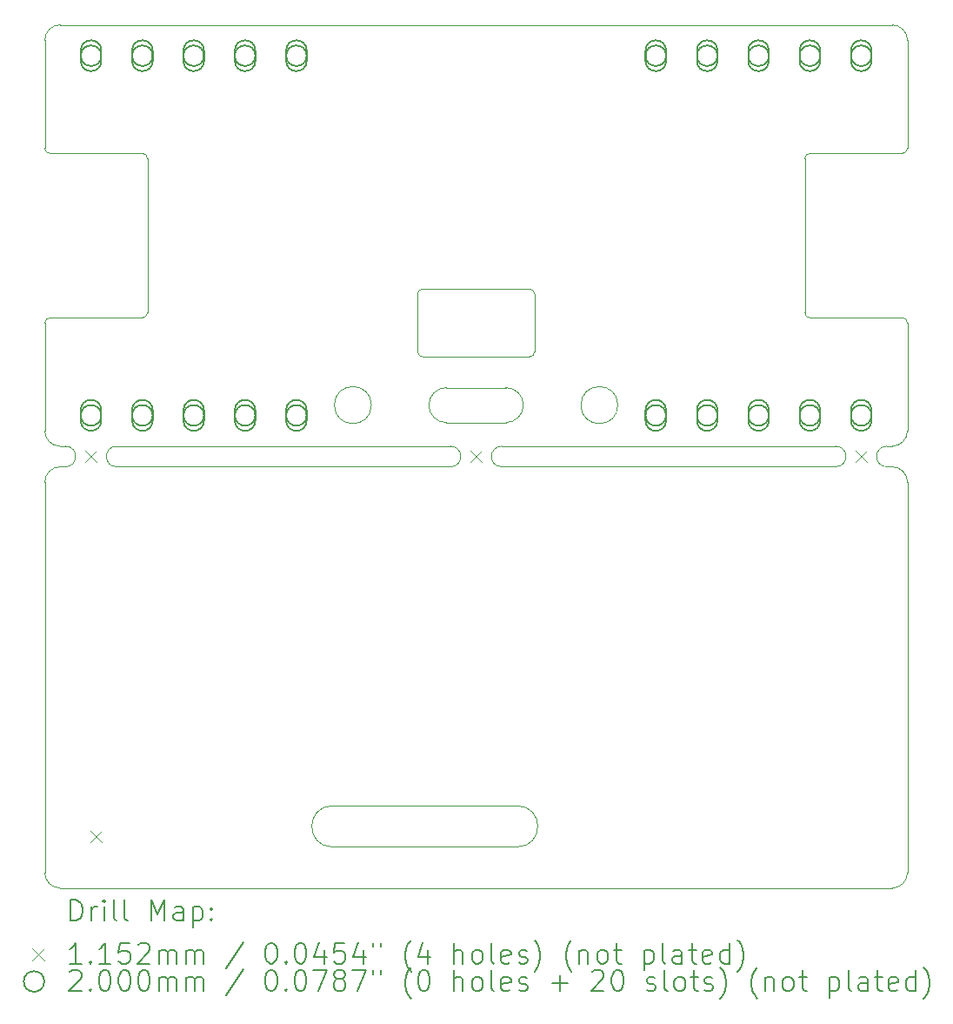
<source format=gbr>
%TF.GenerationSoftware,KiCad,Pcbnew,6.0.10+dfsg-1~bpo11+1*%
%TF.ProjectId,project,70726f6a-6563-4742-9e6b-696361645f70,rev?*%
%TF.SameCoordinates,Original*%
%TF.FileFunction,Drillmap*%
%TF.FilePolarity,Positive*%
%FSLAX45Y45*%
G04 Gerber Fmt 4.5, Leading zero omitted, Abs format (unit mm)*
%MOMM*%
%LPD*%
G01*
G04 APERTURE LIST*
%ADD10C,0.100000*%
%ADD11C,0.200000*%
%ADD12C,0.115200*%
G04 APERTURE END LIST*
D10*
X20826250Y-11153750D02*
G75*
G03*
X20826250Y-11353750I0J-100000D01*
G01*
X12776250Y-7053750D02*
G75*
G03*
X12626250Y-7203750I0J-150000D01*
G01*
X12776250Y-11353750D02*
X12826250Y-11353750D01*
X17226250Y-15053750D02*
G75*
G03*
X17226250Y-14653750I0J200000D01*
G01*
X17116250Y-10923750D02*
G75*
G03*
X17116250Y-10583750I300J170000D01*
G01*
X13326250Y-11353750D02*
X16576250Y-11353750D01*
X17346250Y-10283750D02*
X16306250Y-10283750D01*
X16536250Y-10583750D02*
G75*
G03*
X16536250Y-10923750I-300J-170000D01*
G01*
X21026250Y-7203750D02*
G75*
G03*
X20876250Y-7053750I-150000J0D01*
G01*
X12626250Y-9953750D02*
X12626250Y-11003750D01*
X16576250Y-11153750D02*
X13326250Y-11153750D01*
X20026250Y-9853750D02*
X20026250Y-8353750D01*
X20876250Y-15453750D02*
G75*
G03*
X21026250Y-15303750I0J150000D01*
G01*
X20326250Y-11153750D02*
X17076250Y-11153750D01*
X12626250Y-15303750D02*
X12626250Y-11503750D01*
X20076250Y-8303750D02*
X20976250Y-8303750D01*
X21026250Y-11503750D02*
X21026250Y-15303750D01*
X12776250Y-11353750D02*
G75*
G03*
X12626250Y-11503750I0J-150000D01*
G01*
X20876250Y-7053750D02*
X12776250Y-7053750D01*
X18206250Y-10753750D02*
G75*
G03*
X18206250Y-10753750I-180000J0D01*
G01*
X13326250Y-11153750D02*
G75*
G03*
X13326250Y-11353750I0J-100000D01*
G01*
X16256250Y-10233750D02*
X16256250Y-9673750D01*
X17396250Y-9673750D02*
G75*
G03*
X17346250Y-9623750I-50000J0D01*
G01*
X20976250Y-9903750D02*
X20076250Y-9903750D01*
X16306250Y-9623750D02*
G75*
G03*
X16256250Y-9673750I0J-50000D01*
G01*
X15806250Y-10753750D02*
G75*
G03*
X15806250Y-10753750I-180000J0D01*
G01*
X13576250Y-9903750D02*
G75*
G03*
X13626250Y-9853750I0J50000D01*
G01*
X17346250Y-10283750D02*
G75*
G03*
X17396250Y-10233750I0J50000D01*
G01*
X16536250Y-10583750D02*
X17116250Y-10583750D01*
X20026250Y-9853750D02*
G75*
G03*
X20076250Y-9903750I50000J0D01*
G01*
X13576250Y-9903750D02*
X12676250Y-9903750D01*
X17076250Y-11353750D02*
X20326250Y-11353750D01*
X12626250Y-11003750D02*
G75*
G03*
X12776250Y-11153750I150000J0D01*
G01*
X21026250Y-8253750D02*
X21026250Y-7203750D01*
X17226250Y-15053750D02*
X15426250Y-15053750D01*
X12626250Y-8253750D02*
G75*
G03*
X12676250Y-8303750I50000J0D01*
G01*
X20876250Y-11153750D02*
X20826250Y-11153750D01*
X12626250Y-15303750D02*
G75*
G03*
X12776250Y-15453750I150000J0D01*
G01*
X17116250Y-10923750D02*
X16536250Y-10923750D01*
X15426250Y-14653750D02*
X17226250Y-14653750D01*
X16576250Y-11353750D02*
G75*
G03*
X16576250Y-11153750I0J100000D01*
G01*
X12676250Y-9903750D02*
G75*
G03*
X12626250Y-9953750I0J-50000D01*
G01*
X20826250Y-11353750D02*
X20876250Y-11353750D01*
X20076250Y-8303750D02*
G75*
G03*
X20026250Y-8353750I0J-50000D01*
G01*
X20326250Y-11353750D02*
G75*
G03*
X20326250Y-11153750I0J100000D01*
G01*
X17396250Y-9673750D02*
X17396250Y-10233750D01*
X20876250Y-11153750D02*
G75*
G03*
X21026250Y-11003750I0J150000D01*
G01*
X13626250Y-8353750D02*
X13626250Y-9853750D01*
X12826250Y-11353750D02*
G75*
G03*
X12826250Y-11153750I0J100000D01*
G01*
X17076250Y-11153750D02*
G75*
G03*
X17076250Y-11353750I0J-100000D01*
G01*
X12626250Y-7203750D02*
X12626250Y-8253750D01*
X15426250Y-14653750D02*
G75*
G03*
X15426250Y-15053750I0J-200000D01*
G01*
X21026250Y-11503750D02*
G75*
G03*
X20876250Y-11353750I-150000J0D01*
G01*
X20976250Y-8303750D02*
G75*
G03*
X21026250Y-8253750I0J50000D01*
G01*
X13626250Y-8353750D02*
G75*
G03*
X13576250Y-8303750I-50000J0D01*
G01*
X21026250Y-9953750D02*
X21026250Y-11003750D01*
X16306250Y-9623750D02*
X17346250Y-9623750D01*
X12776250Y-11153750D02*
X12826250Y-11153750D01*
X12676250Y-8303750D02*
X13576250Y-8303750D01*
X16256250Y-10233750D02*
G75*
G03*
X16306250Y-10283750I50000J0D01*
G01*
X20876250Y-15453750D02*
X12776250Y-15453750D01*
X21026250Y-9953750D02*
G75*
G03*
X20976250Y-9903750I-50000J0D01*
G01*
D11*
D12*
X13018650Y-11196150D02*
X13133850Y-11311350D01*
X13133850Y-11196150D02*
X13018650Y-11311350D01*
X13068650Y-14896150D02*
X13183850Y-15011350D01*
X13183850Y-14896150D02*
X13068650Y-15011350D01*
X16768650Y-11196150D02*
X16883850Y-11311350D01*
X16883850Y-11196150D02*
X16768650Y-11311350D01*
X20518650Y-11196150D02*
X20633850Y-11311350D01*
X20633850Y-11196150D02*
X20518650Y-11311350D01*
D11*
X13176250Y-7353750D02*
G75*
G03*
X13176250Y-7353750I-100000J0D01*
G01*
X12976250Y-7303750D02*
X12976250Y-7403750D01*
X13176250Y-7303750D02*
X13176250Y-7403750D01*
X12976250Y-7403750D02*
G75*
G03*
X13176250Y-7403750I100000J0D01*
G01*
X13176250Y-7303750D02*
G75*
G03*
X12976250Y-7303750I-100000J0D01*
G01*
X13176250Y-10853750D02*
G75*
G03*
X13176250Y-10853750I-100000J0D01*
G01*
X12976250Y-10803750D02*
X12976250Y-10903750D01*
X13176250Y-10803750D02*
X13176250Y-10903750D01*
X12976250Y-10903750D02*
G75*
G03*
X13176250Y-10903750I100000J0D01*
G01*
X13176250Y-10803750D02*
G75*
G03*
X12976250Y-10803750I-100000J0D01*
G01*
X13676250Y-7353750D02*
G75*
G03*
X13676250Y-7353750I-100000J0D01*
G01*
X13476250Y-7303750D02*
X13476250Y-7403750D01*
X13676250Y-7303750D02*
X13676250Y-7403750D01*
X13476250Y-7403750D02*
G75*
G03*
X13676250Y-7403750I100000J0D01*
G01*
X13676250Y-7303750D02*
G75*
G03*
X13476250Y-7303750I-100000J0D01*
G01*
X13676250Y-10853750D02*
G75*
G03*
X13676250Y-10853750I-100000J0D01*
G01*
X13476250Y-10803750D02*
X13476250Y-10903750D01*
X13676250Y-10803750D02*
X13676250Y-10903750D01*
X13476250Y-10903750D02*
G75*
G03*
X13676250Y-10903750I100000J0D01*
G01*
X13676250Y-10803750D02*
G75*
G03*
X13476250Y-10803750I-100000J0D01*
G01*
X14176250Y-7353750D02*
G75*
G03*
X14176250Y-7353750I-100000J0D01*
G01*
X13976250Y-7303750D02*
X13976250Y-7403750D01*
X14176250Y-7303750D02*
X14176250Y-7403750D01*
X13976250Y-7403750D02*
G75*
G03*
X14176250Y-7403750I100000J0D01*
G01*
X14176250Y-7303750D02*
G75*
G03*
X13976250Y-7303750I-100000J0D01*
G01*
X14176250Y-10853750D02*
G75*
G03*
X14176250Y-10853750I-100000J0D01*
G01*
X13976250Y-10803750D02*
X13976250Y-10903750D01*
X14176250Y-10803750D02*
X14176250Y-10903750D01*
X13976250Y-10903750D02*
G75*
G03*
X14176250Y-10903750I100000J0D01*
G01*
X14176250Y-10803750D02*
G75*
G03*
X13976250Y-10803750I-100000J0D01*
G01*
X14676250Y-7353750D02*
G75*
G03*
X14676250Y-7353750I-100000J0D01*
G01*
X14476250Y-7303750D02*
X14476250Y-7403750D01*
X14676250Y-7303750D02*
X14676250Y-7403750D01*
X14476250Y-7403750D02*
G75*
G03*
X14676250Y-7403750I100000J0D01*
G01*
X14676250Y-7303750D02*
G75*
G03*
X14476250Y-7303750I-100000J0D01*
G01*
X14676250Y-10853750D02*
G75*
G03*
X14676250Y-10853750I-100000J0D01*
G01*
X14476250Y-10803750D02*
X14476250Y-10903750D01*
X14676250Y-10803750D02*
X14676250Y-10903750D01*
X14476250Y-10903750D02*
G75*
G03*
X14676250Y-10903750I100000J0D01*
G01*
X14676250Y-10803750D02*
G75*
G03*
X14476250Y-10803750I-100000J0D01*
G01*
X15176250Y-7353750D02*
G75*
G03*
X15176250Y-7353750I-100000J0D01*
G01*
X14976250Y-7303750D02*
X14976250Y-7403750D01*
X15176250Y-7303750D02*
X15176250Y-7403750D01*
X14976250Y-7403750D02*
G75*
G03*
X15176250Y-7403750I100000J0D01*
G01*
X15176250Y-7303750D02*
G75*
G03*
X14976250Y-7303750I-100000J0D01*
G01*
X15176250Y-10853750D02*
G75*
G03*
X15176250Y-10853750I-100000J0D01*
G01*
X14976250Y-10803750D02*
X14976250Y-10903750D01*
X15176250Y-10803750D02*
X15176250Y-10903750D01*
X14976250Y-10903750D02*
G75*
G03*
X15176250Y-10903750I100000J0D01*
G01*
X15176250Y-10803750D02*
G75*
G03*
X14976250Y-10803750I-100000J0D01*
G01*
X18676250Y-7353750D02*
G75*
G03*
X18676250Y-7353750I-100000J0D01*
G01*
X18476250Y-7303750D02*
X18476250Y-7403750D01*
X18676250Y-7303750D02*
X18676250Y-7403750D01*
X18476250Y-7403750D02*
G75*
G03*
X18676250Y-7403750I100000J0D01*
G01*
X18676250Y-7303750D02*
G75*
G03*
X18476250Y-7303750I-100000J0D01*
G01*
X18676250Y-10853750D02*
G75*
G03*
X18676250Y-10853750I-100000J0D01*
G01*
X18476250Y-10803750D02*
X18476250Y-10903750D01*
X18676250Y-10803750D02*
X18676250Y-10903750D01*
X18476250Y-10903750D02*
G75*
G03*
X18676250Y-10903750I100000J0D01*
G01*
X18676250Y-10803750D02*
G75*
G03*
X18476250Y-10803750I-100000J0D01*
G01*
X19176250Y-7353750D02*
G75*
G03*
X19176250Y-7353750I-100000J0D01*
G01*
X18976250Y-7303750D02*
X18976250Y-7403750D01*
X19176250Y-7303750D02*
X19176250Y-7403750D01*
X18976250Y-7403750D02*
G75*
G03*
X19176250Y-7403750I100000J0D01*
G01*
X19176250Y-7303750D02*
G75*
G03*
X18976250Y-7303750I-100000J0D01*
G01*
X19176250Y-10853750D02*
G75*
G03*
X19176250Y-10853750I-100000J0D01*
G01*
X18976250Y-10803750D02*
X18976250Y-10903750D01*
X19176250Y-10803750D02*
X19176250Y-10903750D01*
X18976250Y-10903750D02*
G75*
G03*
X19176250Y-10903750I100000J0D01*
G01*
X19176250Y-10803750D02*
G75*
G03*
X18976250Y-10803750I-100000J0D01*
G01*
X19676250Y-7353750D02*
G75*
G03*
X19676250Y-7353750I-100000J0D01*
G01*
X19476250Y-7303750D02*
X19476250Y-7403750D01*
X19676250Y-7303750D02*
X19676250Y-7403750D01*
X19476250Y-7403750D02*
G75*
G03*
X19676250Y-7403750I100000J0D01*
G01*
X19676250Y-7303750D02*
G75*
G03*
X19476250Y-7303750I-100000J0D01*
G01*
X19676250Y-10853750D02*
G75*
G03*
X19676250Y-10853750I-100000J0D01*
G01*
X19476250Y-10803750D02*
X19476250Y-10903750D01*
X19676250Y-10803750D02*
X19676250Y-10903750D01*
X19476250Y-10903750D02*
G75*
G03*
X19676250Y-10903750I100000J0D01*
G01*
X19676250Y-10803750D02*
G75*
G03*
X19476250Y-10803750I-100000J0D01*
G01*
X20176250Y-7353750D02*
G75*
G03*
X20176250Y-7353750I-100000J0D01*
G01*
X19976250Y-7303750D02*
X19976250Y-7403750D01*
X20176250Y-7303750D02*
X20176250Y-7403750D01*
X19976250Y-7403750D02*
G75*
G03*
X20176250Y-7403750I100000J0D01*
G01*
X20176250Y-7303750D02*
G75*
G03*
X19976250Y-7303750I-100000J0D01*
G01*
X20176250Y-10853750D02*
G75*
G03*
X20176250Y-10853750I-100000J0D01*
G01*
X19976250Y-10803750D02*
X19976250Y-10903750D01*
X20176250Y-10803750D02*
X20176250Y-10903750D01*
X19976250Y-10903750D02*
G75*
G03*
X20176250Y-10903750I100000J0D01*
G01*
X20176250Y-10803750D02*
G75*
G03*
X19976250Y-10803750I-100000J0D01*
G01*
X20676250Y-7353750D02*
G75*
G03*
X20676250Y-7353750I-100000J0D01*
G01*
X20476250Y-7303750D02*
X20476250Y-7403750D01*
X20676250Y-7303750D02*
X20676250Y-7403750D01*
X20476250Y-7403750D02*
G75*
G03*
X20676250Y-7403750I100000J0D01*
G01*
X20676250Y-7303750D02*
G75*
G03*
X20476250Y-7303750I-100000J0D01*
G01*
X20676250Y-10853750D02*
G75*
G03*
X20676250Y-10853750I-100000J0D01*
G01*
X20476250Y-10803750D02*
X20476250Y-10903750D01*
X20676250Y-10803750D02*
X20676250Y-10903750D01*
X20476250Y-10903750D02*
G75*
G03*
X20676250Y-10903750I100000J0D01*
G01*
X20676250Y-10803750D02*
G75*
G03*
X20476250Y-10803750I-100000J0D01*
G01*
X12878869Y-15769226D02*
X12878869Y-15569226D01*
X12926488Y-15569226D01*
X12955059Y-15578750D01*
X12974107Y-15597798D01*
X12983631Y-15616845D01*
X12993155Y-15654940D01*
X12993155Y-15683512D01*
X12983631Y-15721607D01*
X12974107Y-15740655D01*
X12955059Y-15759702D01*
X12926488Y-15769226D01*
X12878869Y-15769226D01*
X13078869Y-15769226D02*
X13078869Y-15635893D01*
X13078869Y-15673988D02*
X13088393Y-15654940D01*
X13097917Y-15645417D01*
X13116964Y-15635893D01*
X13136012Y-15635893D01*
X13202678Y-15769226D02*
X13202678Y-15635893D01*
X13202678Y-15569226D02*
X13193155Y-15578750D01*
X13202678Y-15588274D01*
X13212202Y-15578750D01*
X13202678Y-15569226D01*
X13202678Y-15588274D01*
X13326488Y-15769226D02*
X13307440Y-15759702D01*
X13297917Y-15740655D01*
X13297917Y-15569226D01*
X13431250Y-15769226D02*
X13412202Y-15759702D01*
X13402678Y-15740655D01*
X13402678Y-15569226D01*
X13659821Y-15769226D02*
X13659821Y-15569226D01*
X13726488Y-15712083D01*
X13793155Y-15569226D01*
X13793155Y-15769226D01*
X13974107Y-15769226D02*
X13974107Y-15664464D01*
X13964583Y-15645417D01*
X13945536Y-15635893D01*
X13907440Y-15635893D01*
X13888393Y-15645417D01*
X13974107Y-15759702D02*
X13955059Y-15769226D01*
X13907440Y-15769226D01*
X13888393Y-15759702D01*
X13878869Y-15740655D01*
X13878869Y-15721607D01*
X13888393Y-15702559D01*
X13907440Y-15693036D01*
X13955059Y-15693036D01*
X13974107Y-15683512D01*
X14069345Y-15635893D02*
X14069345Y-15835893D01*
X14069345Y-15645417D02*
X14088393Y-15635893D01*
X14126488Y-15635893D01*
X14145536Y-15645417D01*
X14155059Y-15654940D01*
X14164583Y-15673988D01*
X14164583Y-15731131D01*
X14155059Y-15750178D01*
X14145536Y-15759702D01*
X14126488Y-15769226D01*
X14088393Y-15769226D01*
X14069345Y-15759702D01*
X14250298Y-15750178D02*
X14259821Y-15759702D01*
X14250298Y-15769226D01*
X14240774Y-15759702D01*
X14250298Y-15750178D01*
X14250298Y-15769226D01*
X14250298Y-15645417D02*
X14259821Y-15654940D01*
X14250298Y-15664464D01*
X14240774Y-15654940D01*
X14250298Y-15645417D01*
X14250298Y-15664464D01*
D12*
X12506050Y-16041150D02*
X12621250Y-16156350D01*
X12621250Y-16041150D02*
X12506050Y-16156350D01*
D11*
X12983631Y-16189226D02*
X12869345Y-16189226D01*
X12926488Y-16189226D02*
X12926488Y-15989226D01*
X12907440Y-16017798D01*
X12888393Y-16036845D01*
X12869345Y-16046369D01*
X13069345Y-16170178D02*
X13078869Y-16179702D01*
X13069345Y-16189226D01*
X13059821Y-16179702D01*
X13069345Y-16170178D01*
X13069345Y-16189226D01*
X13269345Y-16189226D02*
X13155059Y-16189226D01*
X13212202Y-16189226D02*
X13212202Y-15989226D01*
X13193155Y-16017798D01*
X13174107Y-16036845D01*
X13155059Y-16046369D01*
X13450298Y-15989226D02*
X13355059Y-15989226D01*
X13345536Y-16084464D01*
X13355059Y-16074940D01*
X13374107Y-16065417D01*
X13421726Y-16065417D01*
X13440774Y-16074940D01*
X13450298Y-16084464D01*
X13459821Y-16103512D01*
X13459821Y-16151131D01*
X13450298Y-16170178D01*
X13440774Y-16179702D01*
X13421726Y-16189226D01*
X13374107Y-16189226D01*
X13355059Y-16179702D01*
X13345536Y-16170178D01*
X13536012Y-16008274D02*
X13545536Y-15998750D01*
X13564583Y-15989226D01*
X13612202Y-15989226D01*
X13631250Y-15998750D01*
X13640774Y-16008274D01*
X13650298Y-16027321D01*
X13650298Y-16046369D01*
X13640774Y-16074940D01*
X13526488Y-16189226D01*
X13650298Y-16189226D01*
X13736012Y-16189226D02*
X13736012Y-16055893D01*
X13736012Y-16074940D02*
X13745536Y-16065417D01*
X13764583Y-16055893D01*
X13793155Y-16055893D01*
X13812202Y-16065417D01*
X13821726Y-16084464D01*
X13821726Y-16189226D01*
X13821726Y-16084464D02*
X13831250Y-16065417D01*
X13850298Y-16055893D01*
X13878869Y-16055893D01*
X13897917Y-16065417D01*
X13907440Y-16084464D01*
X13907440Y-16189226D01*
X14002678Y-16189226D02*
X14002678Y-16055893D01*
X14002678Y-16074940D02*
X14012202Y-16065417D01*
X14031250Y-16055893D01*
X14059821Y-16055893D01*
X14078869Y-16065417D01*
X14088393Y-16084464D01*
X14088393Y-16189226D01*
X14088393Y-16084464D02*
X14097917Y-16065417D01*
X14116964Y-16055893D01*
X14145536Y-16055893D01*
X14164583Y-16065417D01*
X14174107Y-16084464D01*
X14174107Y-16189226D01*
X14564583Y-15979702D02*
X14393155Y-16236845D01*
X14821726Y-15989226D02*
X14840774Y-15989226D01*
X14859821Y-15998750D01*
X14869345Y-16008274D01*
X14878869Y-16027321D01*
X14888393Y-16065417D01*
X14888393Y-16113036D01*
X14878869Y-16151131D01*
X14869345Y-16170178D01*
X14859821Y-16179702D01*
X14840774Y-16189226D01*
X14821726Y-16189226D01*
X14802678Y-16179702D01*
X14793155Y-16170178D01*
X14783631Y-16151131D01*
X14774107Y-16113036D01*
X14774107Y-16065417D01*
X14783631Y-16027321D01*
X14793155Y-16008274D01*
X14802678Y-15998750D01*
X14821726Y-15989226D01*
X14974107Y-16170178D02*
X14983631Y-16179702D01*
X14974107Y-16189226D01*
X14964583Y-16179702D01*
X14974107Y-16170178D01*
X14974107Y-16189226D01*
X15107440Y-15989226D02*
X15126488Y-15989226D01*
X15145536Y-15998750D01*
X15155059Y-16008274D01*
X15164583Y-16027321D01*
X15174107Y-16065417D01*
X15174107Y-16113036D01*
X15164583Y-16151131D01*
X15155059Y-16170178D01*
X15145536Y-16179702D01*
X15126488Y-16189226D01*
X15107440Y-16189226D01*
X15088393Y-16179702D01*
X15078869Y-16170178D01*
X15069345Y-16151131D01*
X15059821Y-16113036D01*
X15059821Y-16065417D01*
X15069345Y-16027321D01*
X15078869Y-16008274D01*
X15088393Y-15998750D01*
X15107440Y-15989226D01*
X15345536Y-16055893D02*
X15345536Y-16189226D01*
X15297917Y-15979702D02*
X15250298Y-16122559D01*
X15374107Y-16122559D01*
X15545536Y-15989226D02*
X15450298Y-15989226D01*
X15440774Y-16084464D01*
X15450298Y-16074940D01*
X15469345Y-16065417D01*
X15516964Y-16065417D01*
X15536012Y-16074940D01*
X15545536Y-16084464D01*
X15555059Y-16103512D01*
X15555059Y-16151131D01*
X15545536Y-16170178D01*
X15536012Y-16179702D01*
X15516964Y-16189226D01*
X15469345Y-16189226D01*
X15450298Y-16179702D01*
X15440774Y-16170178D01*
X15726488Y-16055893D02*
X15726488Y-16189226D01*
X15678869Y-15979702D02*
X15631250Y-16122559D01*
X15755059Y-16122559D01*
X15821726Y-15989226D02*
X15821726Y-16027321D01*
X15897917Y-15989226D02*
X15897917Y-16027321D01*
X16193155Y-16265417D02*
X16183631Y-16255893D01*
X16164583Y-16227321D01*
X16155059Y-16208274D01*
X16145536Y-16179702D01*
X16136012Y-16132083D01*
X16136012Y-16093988D01*
X16145536Y-16046369D01*
X16155059Y-16017798D01*
X16164583Y-15998750D01*
X16183631Y-15970178D01*
X16193155Y-15960655D01*
X16355059Y-16055893D02*
X16355059Y-16189226D01*
X16307440Y-15979702D02*
X16259821Y-16122559D01*
X16383631Y-16122559D01*
X16612202Y-16189226D02*
X16612202Y-15989226D01*
X16697917Y-16189226D02*
X16697917Y-16084464D01*
X16688393Y-16065417D01*
X16669345Y-16055893D01*
X16640774Y-16055893D01*
X16621726Y-16065417D01*
X16612202Y-16074940D01*
X16821726Y-16189226D02*
X16802679Y-16179702D01*
X16793155Y-16170178D01*
X16783631Y-16151131D01*
X16783631Y-16093988D01*
X16793155Y-16074940D01*
X16802679Y-16065417D01*
X16821726Y-16055893D01*
X16850298Y-16055893D01*
X16869345Y-16065417D01*
X16878869Y-16074940D01*
X16888393Y-16093988D01*
X16888393Y-16151131D01*
X16878869Y-16170178D01*
X16869345Y-16179702D01*
X16850298Y-16189226D01*
X16821726Y-16189226D01*
X17002679Y-16189226D02*
X16983631Y-16179702D01*
X16974107Y-16160655D01*
X16974107Y-15989226D01*
X17155060Y-16179702D02*
X17136012Y-16189226D01*
X17097917Y-16189226D01*
X17078869Y-16179702D01*
X17069345Y-16160655D01*
X17069345Y-16084464D01*
X17078869Y-16065417D01*
X17097917Y-16055893D01*
X17136012Y-16055893D01*
X17155060Y-16065417D01*
X17164583Y-16084464D01*
X17164583Y-16103512D01*
X17069345Y-16122559D01*
X17240774Y-16179702D02*
X17259821Y-16189226D01*
X17297917Y-16189226D01*
X17316964Y-16179702D01*
X17326488Y-16160655D01*
X17326488Y-16151131D01*
X17316964Y-16132083D01*
X17297917Y-16122559D01*
X17269345Y-16122559D01*
X17250298Y-16113036D01*
X17240774Y-16093988D01*
X17240774Y-16084464D01*
X17250298Y-16065417D01*
X17269345Y-16055893D01*
X17297917Y-16055893D01*
X17316964Y-16065417D01*
X17393155Y-16265417D02*
X17402679Y-16255893D01*
X17421726Y-16227321D01*
X17431250Y-16208274D01*
X17440774Y-16179702D01*
X17450298Y-16132083D01*
X17450298Y-16093988D01*
X17440774Y-16046369D01*
X17431250Y-16017798D01*
X17421726Y-15998750D01*
X17402679Y-15970178D01*
X17393155Y-15960655D01*
X17755060Y-16265417D02*
X17745536Y-16255893D01*
X17726488Y-16227321D01*
X17716964Y-16208274D01*
X17707440Y-16179702D01*
X17697917Y-16132083D01*
X17697917Y-16093988D01*
X17707440Y-16046369D01*
X17716964Y-16017798D01*
X17726488Y-15998750D01*
X17745536Y-15970178D01*
X17755060Y-15960655D01*
X17831250Y-16055893D02*
X17831250Y-16189226D01*
X17831250Y-16074940D02*
X17840774Y-16065417D01*
X17859821Y-16055893D01*
X17888393Y-16055893D01*
X17907440Y-16065417D01*
X17916964Y-16084464D01*
X17916964Y-16189226D01*
X18040774Y-16189226D02*
X18021726Y-16179702D01*
X18012202Y-16170178D01*
X18002679Y-16151131D01*
X18002679Y-16093988D01*
X18012202Y-16074940D01*
X18021726Y-16065417D01*
X18040774Y-16055893D01*
X18069345Y-16055893D01*
X18088393Y-16065417D01*
X18097917Y-16074940D01*
X18107440Y-16093988D01*
X18107440Y-16151131D01*
X18097917Y-16170178D01*
X18088393Y-16179702D01*
X18069345Y-16189226D01*
X18040774Y-16189226D01*
X18164583Y-16055893D02*
X18240774Y-16055893D01*
X18193155Y-15989226D02*
X18193155Y-16160655D01*
X18202679Y-16179702D01*
X18221726Y-16189226D01*
X18240774Y-16189226D01*
X18459821Y-16055893D02*
X18459821Y-16255893D01*
X18459821Y-16065417D02*
X18478869Y-16055893D01*
X18516964Y-16055893D01*
X18536012Y-16065417D01*
X18545536Y-16074940D01*
X18555060Y-16093988D01*
X18555060Y-16151131D01*
X18545536Y-16170178D01*
X18536012Y-16179702D01*
X18516964Y-16189226D01*
X18478869Y-16189226D01*
X18459821Y-16179702D01*
X18669345Y-16189226D02*
X18650298Y-16179702D01*
X18640774Y-16160655D01*
X18640774Y-15989226D01*
X18831250Y-16189226D02*
X18831250Y-16084464D01*
X18821726Y-16065417D01*
X18802679Y-16055893D01*
X18764583Y-16055893D01*
X18745536Y-16065417D01*
X18831250Y-16179702D02*
X18812202Y-16189226D01*
X18764583Y-16189226D01*
X18745536Y-16179702D01*
X18736012Y-16160655D01*
X18736012Y-16141607D01*
X18745536Y-16122559D01*
X18764583Y-16113036D01*
X18812202Y-16113036D01*
X18831250Y-16103512D01*
X18897917Y-16055893D02*
X18974107Y-16055893D01*
X18926488Y-15989226D02*
X18926488Y-16160655D01*
X18936012Y-16179702D01*
X18955060Y-16189226D01*
X18974107Y-16189226D01*
X19116964Y-16179702D02*
X19097917Y-16189226D01*
X19059821Y-16189226D01*
X19040774Y-16179702D01*
X19031250Y-16160655D01*
X19031250Y-16084464D01*
X19040774Y-16065417D01*
X19059821Y-16055893D01*
X19097917Y-16055893D01*
X19116964Y-16065417D01*
X19126488Y-16084464D01*
X19126488Y-16103512D01*
X19031250Y-16122559D01*
X19297917Y-16189226D02*
X19297917Y-15989226D01*
X19297917Y-16179702D02*
X19278869Y-16189226D01*
X19240774Y-16189226D01*
X19221726Y-16179702D01*
X19212202Y-16170178D01*
X19202679Y-16151131D01*
X19202679Y-16093988D01*
X19212202Y-16074940D01*
X19221726Y-16065417D01*
X19240774Y-16055893D01*
X19278869Y-16055893D01*
X19297917Y-16065417D01*
X19374107Y-16265417D02*
X19383631Y-16255893D01*
X19402679Y-16227321D01*
X19412202Y-16208274D01*
X19421726Y-16179702D01*
X19431250Y-16132083D01*
X19431250Y-16093988D01*
X19421726Y-16046369D01*
X19412202Y-16017798D01*
X19402679Y-15998750D01*
X19383631Y-15970178D01*
X19374107Y-15960655D01*
X12621250Y-16362750D02*
G75*
G03*
X12621250Y-16362750I-100000J0D01*
G01*
X12869345Y-16272274D02*
X12878869Y-16262750D01*
X12897917Y-16253226D01*
X12945536Y-16253226D01*
X12964583Y-16262750D01*
X12974107Y-16272274D01*
X12983631Y-16291321D01*
X12983631Y-16310369D01*
X12974107Y-16338940D01*
X12859821Y-16453226D01*
X12983631Y-16453226D01*
X13069345Y-16434178D02*
X13078869Y-16443702D01*
X13069345Y-16453226D01*
X13059821Y-16443702D01*
X13069345Y-16434178D01*
X13069345Y-16453226D01*
X13202678Y-16253226D02*
X13221726Y-16253226D01*
X13240774Y-16262750D01*
X13250298Y-16272274D01*
X13259821Y-16291321D01*
X13269345Y-16329417D01*
X13269345Y-16377036D01*
X13259821Y-16415131D01*
X13250298Y-16434178D01*
X13240774Y-16443702D01*
X13221726Y-16453226D01*
X13202678Y-16453226D01*
X13183631Y-16443702D01*
X13174107Y-16434178D01*
X13164583Y-16415131D01*
X13155059Y-16377036D01*
X13155059Y-16329417D01*
X13164583Y-16291321D01*
X13174107Y-16272274D01*
X13183631Y-16262750D01*
X13202678Y-16253226D01*
X13393155Y-16253226D02*
X13412202Y-16253226D01*
X13431250Y-16262750D01*
X13440774Y-16272274D01*
X13450298Y-16291321D01*
X13459821Y-16329417D01*
X13459821Y-16377036D01*
X13450298Y-16415131D01*
X13440774Y-16434178D01*
X13431250Y-16443702D01*
X13412202Y-16453226D01*
X13393155Y-16453226D01*
X13374107Y-16443702D01*
X13364583Y-16434178D01*
X13355059Y-16415131D01*
X13345536Y-16377036D01*
X13345536Y-16329417D01*
X13355059Y-16291321D01*
X13364583Y-16272274D01*
X13374107Y-16262750D01*
X13393155Y-16253226D01*
X13583631Y-16253226D02*
X13602678Y-16253226D01*
X13621726Y-16262750D01*
X13631250Y-16272274D01*
X13640774Y-16291321D01*
X13650298Y-16329417D01*
X13650298Y-16377036D01*
X13640774Y-16415131D01*
X13631250Y-16434178D01*
X13621726Y-16443702D01*
X13602678Y-16453226D01*
X13583631Y-16453226D01*
X13564583Y-16443702D01*
X13555059Y-16434178D01*
X13545536Y-16415131D01*
X13536012Y-16377036D01*
X13536012Y-16329417D01*
X13545536Y-16291321D01*
X13555059Y-16272274D01*
X13564583Y-16262750D01*
X13583631Y-16253226D01*
X13736012Y-16453226D02*
X13736012Y-16319893D01*
X13736012Y-16338940D02*
X13745536Y-16329417D01*
X13764583Y-16319893D01*
X13793155Y-16319893D01*
X13812202Y-16329417D01*
X13821726Y-16348464D01*
X13821726Y-16453226D01*
X13821726Y-16348464D02*
X13831250Y-16329417D01*
X13850298Y-16319893D01*
X13878869Y-16319893D01*
X13897917Y-16329417D01*
X13907440Y-16348464D01*
X13907440Y-16453226D01*
X14002678Y-16453226D02*
X14002678Y-16319893D01*
X14002678Y-16338940D02*
X14012202Y-16329417D01*
X14031250Y-16319893D01*
X14059821Y-16319893D01*
X14078869Y-16329417D01*
X14088393Y-16348464D01*
X14088393Y-16453226D01*
X14088393Y-16348464D02*
X14097917Y-16329417D01*
X14116964Y-16319893D01*
X14145536Y-16319893D01*
X14164583Y-16329417D01*
X14174107Y-16348464D01*
X14174107Y-16453226D01*
X14564583Y-16243702D02*
X14393155Y-16500845D01*
X14821726Y-16253226D02*
X14840774Y-16253226D01*
X14859821Y-16262750D01*
X14869345Y-16272274D01*
X14878869Y-16291321D01*
X14888393Y-16329417D01*
X14888393Y-16377036D01*
X14878869Y-16415131D01*
X14869345Y-16434178D01*
X14859821Y-16443702D01*
X14840774Y-16453226D01*
X14821726Y-16453226D01*
X14802678Y-16443702D01*
X14793155Y-16434178D01*
X14783631Y-16415131D01*
X14774107Y-16377036D01*
X14774107Y-16329417D01*
X14783631Y-16291321D01*
X14793155Y-16272274D01*
X14802678Y-16262750D01*
X14821726Y-16253226D01*
X14974107Y-16434178D02*
X14983631Y-16443702D01*
X14974107Y-16453226D01*
X14964583Y-16443702D01*
X14974107Y-16434178D01*
X14974107Y-16453226D01*
X15107440Y-16253226D02*
X15126488Y-16253226D01*
X15145536Y-16262750D01*
X15155059Y-16272274D01*
X15164583Y-16291321D01*
X15174107Y-16329417D01*
X15174107Y-16377036D01*
X15164583Y-16415131D01*
X15155059Y-16434178D01*
X15145536Y-16443702D01*
X15126488Y-16453226D01*
X15107440Y-16453226D01*
X15088393Y-16443702D01*
X15078869Y-16434178D01*
X15069345Y-16415131D01*
X15059821Y-16377036D01*
X15059821Y-16329417D01*
X15069345Y-16291321D01*
X15078869Y-16272274D01*
X15088393Y-16262750D01*
X15107440Y-16253226D01*
X15240774Y-16253226D02*
X15374107Y-16253226D01*
X15288393Y-16453226D01*
X15478869Y-16338940D02*
X15459821Y-16329417D01*
X15450298Y-16319893D01*
X15440774Y-16300845D01*
X15440774Y-16291321D01*
X15450298Y-16272274D01*
X15459821Y-16262750D01*
X15478869Y-16253226D01*
X15516964Y-16253226D01*
X15536012Y-16262750D01*
X15545536Y-16272274D01*
X15555059Y-16291321D01*
X15555059Y-16300845D01*
X15545536Y-16319893D01*
X15536012Y-16329417D01*
X15516964Y-16338940D01*
X15478869Y-16338940D01*
X15459821Y-16348464D01*
X15450298Y-16357988D01*
X15440774Y-16377036D01*
X15440774Y-16415131D01*
X15450298Y-16434178D01*
X15459821Y-16443702D01*
X15478869Y-16453226D01*
X15516964Y-16453226D01*
X15536012Y-16443702D01*
X15545536Y-16434178D01*
X15555059Y-16415131D01*
X15555059Y-16377036D01*
X15545536Y-16357988D01*
X15536012Y-16348464D01*
X15516964Y-16338940D01*
X15621726Y-16253226D02*
X15755059Y-16253226D01*
X15669345Y-16453226D01*
X15821726Y-16253226D02*
X15821726Y-16291321D01*
X15897917Y-16253226D02*
X15897917Y-16291321D01*
X16193155Y-16529417D02*
X16183631Y-16519893D01*
X16164583Y-16491321D01*
X16155059Y-16472274D01*
X16145536Y-16443702D01*
X16136012Y-16396083D01*
X16136012Y-16357988D01*
X16145536Y-16310369D01*
X16155059Y-16281798D01*
X16164583Y-16262750D01*
X16183631Y-16234178D01*
X16193155Y-16224655D01*
X16307440Y-16253226D02*
X16326488Y-16253226D01*
X16345536Y-16262750D01*
X16355059Y-16272274D01*
X16364583Y-16291321D01*
X16374107Y-16329417D01*
X16374107Y-16377036D01*
X16364583Y-16415131D01*
X16355059Y-16434178D01*
X16345536Y-16443702D01*
X16326488Y-16453226D01*
X16307440Y-16453226D01*
X16288393Y-16443702D01*
X16278869Y-16434178D01*
X16269345Y-16415131D01*
X16259821Y-16377036D01*
X16259821Y-16329417D01*
X16269345Y-16291321D01*
X16278869Y-16272274D01*
X16288393Y-16262750D01*
X16307440Y-16253226D01*
X16612202Y-16453226D02*
X16612202Y-16253226D01*
X16697917Y-16453226D02*
X16697917Y-16348464D01*
X16688393Y-16329417D01*
X16669345Y-16319893D01*
X16640774Y-16319893D01*
X16621726Y-16329417D01*
X16612202Y-16338940D01*
X16821726Y-16453226D02*
X16802679Y-16443702D01*
X16793155Y-16434178D01*
X16783631Y-16415131D01*
X16783631Y-16357988D01*
X16793155Y-16338940D01*
X16802679Y-16329417D01*
X16821726Y-16319893D01*
X16850298Y-16319893D01*
X16869345Y-16329417D01*
X16878869Y-16338940D01*
X16888393Y-16357988D01*
X16888393Y-16415131D01*
X16878869Y-16434178D01*
X16869345Y-16443702D01*
X16850298Y-16453226D01*
X16821726Y-16453226D01*
X17002679Y-16453226D02*
X16983631Y-16443702D01*
X16974107Y-16424655D01*
X16974107Y-16253226D01*
X17155060Y-16443702D02*
X17136012Y-16453226D01*
X17097917Y-16453226D01*
X17078869Y-16443702D01*
X17069345Y-16424655D01*
X17069345Y-16348464D01*
X17078869Y-16329417D01*
X17097917Y-16319893D01*
X17136012Y-16319893D01*
X17155060Y-16329417D01*
X17164583Y-16348464D01*
X17164583Y-16367512D01*
X17069345Y-16386559D01*
X17240774Y-16443702D02*
X17259821Y-16453226D01*
X17297917Y-16453226D01*
X17316964Y-16443702D01*
X17326488Y-16424655D01*
X17326488Y-16415131D01*
X17316964Y-16396083D01*
X17297917Y-16386559D01*
X17269345Y-16386559D01*
X17250298Y-16377036D01*
X17240774Y-16357988D01*
X17240774Y-16348464D01*
X17250298Y-16329417D01*
X17269345Y-16319893D01*
X17297917Y-16319893D01*
X17316964Y-16329417D01*
X17564583Y-16377036D02*
X17716964Y-16377036D01*
X17640774Y-16453226D02*
X17640774Y-16300845D01*
X17955060Y-16272274D02*
X17964583Y-16262750D01*
X17983631Y-16253226D01*
X18031250Y-16253226D01*
X18050298Y-16262750D01*
X18059821Y-16272274D01*
X18069345Y-16291321D01*
X18069345Y-16310369D01*
X18059821Y-16338940D01*
X17945536Y-16453226D01*
X18069345Y-16453226D01*
X18193155Y-16253226D02*
X18212202Y-16253226D01*
X18231250Y-16262750D01*
X18240774Y-16272274D01*
X18250298Y-16291321D01*
X18259821Y-16329417D01*
X18259821Y-16377036D01*
X18250298Y-16415131D01*
X18240774Y-16434178D01*
X18231250Y-16443702D01*
X18212202Y-16453226D01*
X18193155Y-16453226D01*
X18174107Y-16443702D01*
X18164583Y-16434178D01*
X18155060Y-16415131D01*
X18145536Y-16377036D01*
X18145536Y-16329417D01*
X18155060Y-16291321D01*
X18164583Y-16272274D01*
X18174107Y-16262750D01*
X18193155Y-16253226D01*
X18488393Y-16443702D02*
X18507440Y-16453226D01*
X18545536Y-16453226D01*
X18564583Y-16443702D01*
X18574107Y-16424655D01*
X18574107Y-16415131D01*
X18564583Y-16396083D01*
X18545536Y-16386559D01*
X18516964Y-16386559D01*
X18497917Y-16377036D01*
X18488393Y-16357988D01*
X18488393Y-16348464D01*
X18497917Y-16329417D01*
X18516964Y-16319893D01*
X18545536Y-16319893D01*
X18564583Y-16329417D01*
X18688393Y-16453226D02*
X18669345Y-16443702D01*
X18659821Y-16424655D01*
X18659821Y-16253226D01*
X18793155Y-16453226D02*
X18774107Y-16443702D01*
X18764583Y-16434178D01*
X18755060Y-16415131D01*
X18755060Y-16357988D01*
X18764583Y-16338940D01*
X18774107Y-16329417D01*
X18793155Y-16319893D01*
X18821726Y-16319893D01*
X18840774Y-16329417D01*
X18850298Y-16338940D01*
X18859821Y-16357988D01*
X18859821Y-16415131D01*
X18850298Y-16434178D01*
X18840774Y-16443702D01*
X18821726Y-16453226D01*
X18793155Y-16453226D01*
X18916964Y-16319893D02*
X18993155Y-16319893D01*
X18945536Y-16253226D02*
X18945536Y-16424655D01*
X18955060Y-16443702D01*
X18974107Y-16453226D01*
X18993155Y-16453226D01*
X19050298Y-16443702D02*
X19069345Y-16453226D01*
X19107440Y-16453226D01*
X19126488Y-16443702D01*
X19136012Y-16424655D01*
X19136012Y-16415131D01*
X19126488Y-16396083D01*
X19107440Y-16386559D01*
X19078869Y-16386559D01*
X19059821Y-16377036D01*
X19050298Y-16357988D01*
X19050298Y-16348464D01*
X19059821Y-16329417D01*
X19078869Y-16319893D01*
X19107440Y-16319893D01*
X19126488Y-16329417D01*
X19202679Y-16529417D02*
X19212202Y-16519893D01*
X19231250Y-16491321D01*
X19240774Y-16472274D01*
X19250298Y-16443702D01*
X19259821Y-16396083D01*
X19259821Y-16357988D01*
X19250298Y-16310369D01*
X19240774Y-16281798D01*
X19231250Y-16262750D01*
X19212202Y-16234178D01*
X19202679Y-16224655D01*
X19564583Y-16529417D02*
X19555060Y-16519893D01*
X19536012Y-16491321D01*
X19526488Y-16472274D01*
X19516964Y-16443702D01*
X19507440Y-16396083D01*
X19507440Y-16357988D01*
X19516964Y-16310369D01*
X19526488Y-16281798D01*
X19536012Y-16262750D01*
X19555060Y-16234178D01*
X19564583Y-16224655D01*
X19640774Y-16319893D02*
X19640774Y-16453226D01*
X19640774Y-16338940D02*
X19650298Y-16329417D01*
X19669345Y-16319893D01*
X19697917Y-16319893D01*
X19716964Y-16329417D01*
X19726488Y-16348464D01*
X19726488Y-16453226D01*
X19850298Y-16453226D02*
X19831250Y-16443702D01*
X19821726Y-16434178D01*
X19812202Y-16415131D01*
X19812202Y-16357988D01*
X19821726Y-16338940D01*
X19831250Y-16329417D01*
X19850298Y-16319893D01*
X19878869Y-16319893D01*
X19897917Y-16329417D01*
X19907440Y-16338940D01*
X19916964Y-16357988D01*
X19916964Y-16415131D01*
X19907440Y-16434178D01*
X19897917Y-16443702D01*
X19878869Y-16453226D01*
X19850298Y-16453226D01*
X19974107Y-16319893D02*
X20050298Y-16319893D01*
X20002679Y-16253226D02*
X20002679Y-16424655D01*
X20012202Y-16443702D01*
X20031250Y-16453226D01*
X20050298Y-16453226D01*
X20269345Y-16319893D02*
X20269345Y-16519893D01*
X20269345Y-16329417D02*
X20288393Y-16319893D01*
X20326488Y-16319893D01*
X20345536Y-16329417D01*
X20355060Y-16338940D01*
X20364583Y-16357988D01*
X20364583Y-16415131D01*
X20355060Y-16434178D01*
X20345536Y-16443702D01*
X20326488Y-16453226D01*
X20288393Y-16453226D01*
X20269345Y-16443702D01*
X20478869Y-16453226D02*
X20459821Y-16443702D01*
X20450298Y-16424655D01*
X20450298Y-16253226D01*
X20640774Y-16453226D02*
X20640774Y-16348464D01*
X20631250Y-16329417D01*
X20612202Y-16319893D01*
X20574107Y-16319893D01*
X20555060Y-16329417D01*
X20640774Y-16443702D02*
X20621726Y-16453226D01*
X20574107Y-16453226D01*
X20555060Y-16443702D01*
X20545536Y-16424655D01*
X20545536Y-16405607D01*
X20555060Y-16386559D01*
X20574107Y-16377036D01*
X20621726Y-16377036D01*
X20640774Y-16367512D01*
X20707440Y-16319893D02*
X20783631Y-16319893D01*
X20736012Y-16253226D02*
X20736012Y-16424655D01*
X20745536Y-16443702D01*
X20764583Y-16453226D01*
X20783631Y-16453226D01*
X20926488Y-16443702D02*
X20907440Y-16453226D01*
X20869345Y-16453226D01*
X20850298Y-16443702D01*
X20840774Y-16424655D01*
X20840774Y-16348464D01*
X20850298Y-16329417D01*
X20869345Y-16319893D01*
X20907440Y-16319893D01*
X20926488Y-16329417D01*
X20936012Y-16348464D01*
X20936012Y-16367512D01*
X20840774Y-16386559D01*
X21107440Y-16453226D02*
X21107440Y-16253226D01*
X21107440Y-16443702D02*
X21088393Y-16453226D01*
X21050298Y-16453226D01*
X21031250Y-16443702D01*
X21021726Y-16434178D01*
X21012202Y-16415131D01*
X21012202Y-16357988D01*
X21021726Y-16338940D01*
X21031250Y-16329417D01*
X21050298Y-16319893D01*
X21088393Y-16319893D01*
X21107440Y-16329417D01*
X21183631Y-16529417D02*
X21193155Y-16519893D01*
X21212202Y-16491321D01*
X21221726Y-16472274D01*
X21231250Y-16443702D01*
X21240774Y-16396083D01*
X21240774Y-16357988D01*
X21231250Y-16310369D01*
X21221726Y-16281798D01*
X21212202Y-16262750D01*
X21193155Y-16234178D01*
X21183631Y-16224655D01*
M02*

</source>
